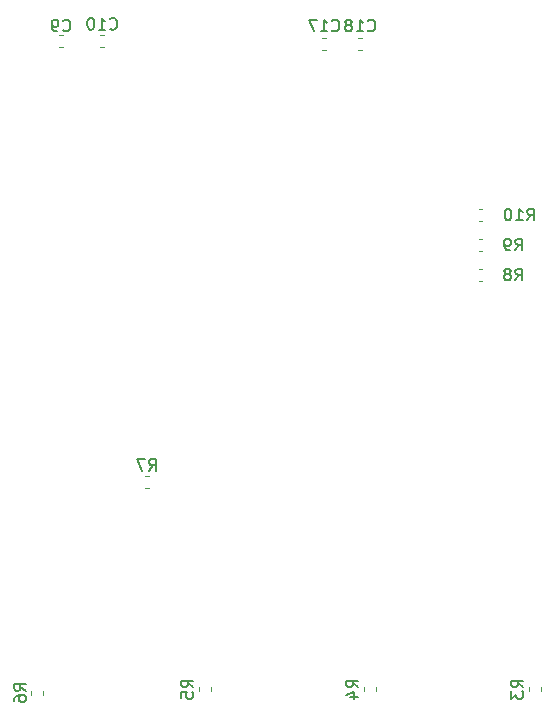
<source format=gbr>
G04 #@! TF.GenerationSoftware,KiCad,Pcbnew,5.0.2+dfsg1-1*
G04 #@! TF.CreationDate,2019-04-16T19:48:13-04:00*
G04 #@! TF.ProjectId,ThorntonAudio,54686f72-6e74-46f6-9e41-7564696f2e6b,rev?*
G04 #@! TF.SameCoordinates,Original*
G04 #@! TF.FileFunction,Legend,Bot*
G04 #@! TF.FilePolarity,Positive*
%FSLAX46Y46*%
G04 Gerber Fmt 4.6, Leading zero omitted, Abs format (unit mm)*
G04 Created by KiCad (PCBNEW 5.0.2+dfsg1-1) date Tue 16 Apr 2019 07:48:13 PM EDT*
%MOMM*%
%LPD*%
G01*
G04 APERTURE LIST*
%ADD10C,0.120000*%
%ADD11C,0.150000*%
G04 APERTURE END LIST*
D10*
G04 #@! TO.C,C18*
X176680779Y-62486000D02*
X176355221Y-62486000D01*
X176680779Y-61466000D02*
X176355221Y-61466000D01*
G04 #@! TO.C,C17*
X173307221Y-62486000D02*
X173632779Y-62486000D01*
X173307221Y-61466000D02*
X173632779Y-61466000D01*
G04 #@! TO.C,R3*
X191809000Y-116448721D02*
X191809000Y-116774279D01*
X190789000Y-116448721D02*
X190789000Y-116774279D01*
G04 #@! TO.C,R10*
X186538721Y-76964000D02*
X186864279Y-76964000D01*
X186538721Y-75944000D02*
X186864279Y-75944000D01*
G04 #@! TO.C,R9*
X186538721Y-78484000D02*
X186864279Y-78484000D01*
X186538721Y-79504000D02*
X186864279Y-79504000D01*
G04 #@! TO.C,R8*
X186538721Y-82044000D02*
X186864279Y-82044000D01*
X186538721Y-81024000D02*
X186864279Y-81024000D01*
G04 #@! TO.C,R7*
X158644779Y-99595500D02*
X158319221Y-99595500D01*
X158644779Y-98575500D02*
X158319221Y-98575500D01*
G04 #@! TO.C,R6*
X148685000Y-116736721D02*
X148685000Y-117062279D01*
X149705000Y-116736721D02*
X149705000Y-117062279D01*
G04 #@! TO.C,R5*
X163869000Y-116448721D02*
X163869000Y-116774279D01*
X162849000Y-116448721D02*
X162849000Y-116774279D01*
G04 #@! TO.C,R4*
X176819000Y-116448721D02*
X176819000Y-116774279D01*
X177839000Y-116448721D02*
X177839000Y-116774279D01*
G04 #@! TO.C,C9*
X151024721Y-62258000D02*
X151350279Y-62258000D01*
X151024721Y-61238000D02*
X151350279Y-61238000D01*
G04 #@! TO.C,C10*
X154855279Y-62258000D02*
X154529721Y-62258000D01*
X154855279Y-61238000D02*
X154529721Y-61238000D01*
G04 #@! TO.C,C18*
D11*
X177160857Y-60809142D02*
X177208476Y-60856761D01*
X177351333Y-60904380D01*
X177446571Y-60904380D01*
X177589428Y-60856761D01*
X177684666Y-60761523D01*
X177732285Y-60666285D01*
X177779904Y-60475809D01*
X177779904Y-60332952D01*
X177732285Y-60142476D01*
X177684666Y-60047238D01*
X177589428Y-59952000D01*
X177446571Y-59904380D01*
X177351333Y-59904380D01*
X177208476Y-59952000D01*
X177160857Y-59999619D01*
X176208476Y-60904380D02*
X176779904Y-60904380D01*
X176494190Y-60904380D02*
X176494190Y-59904380D01*
X176589428Y-60047238D01*
X176684666Y-60142476D01*
X176779904Y-60190095D01*
X175637047Y-60332952D02*
X175732285Y-60285333D01*
X175779904Y-60237714D01*
X175827523Y-60142476D01*
X175827523Y-60094857D01*
X175779904Y-59999619D01*
X175732285Y-59952000D01*
X175637047Y-59904380D01*
X175446571Y-59904380D01*
X175351333Y-59952000D01*
X175303714Y-59999619D01*
X175256095Y-60094857D01*
X175256095Y-60142476D01*
X175303714Y-60237714D01*
X175351333Y-60285333D01*
X175446571Y-60332952D01*
X175637047Y-60332952D01*
X175732285Y-60380571D01*
X175779904Y-60428190D01*
X175827523Y-60523428D01*
X175827523Y-60713904D01*
X175779904Y-60809142D01*
X175732285Y-60856761D01*
X175637047Y-60904380D01*
X175446571Y-60904380D01*
X175351333Y-60856761D01*
X175303714Y-60809142D01*
X175256095Y-60713904D01*
X175256095Y-60523428D01*
X175303714Y-60428190D01*
X175351333Y-60380571D01*
X175446571Y-60332952D01*
G04 #@! TO.C,C17*
X174112857Y-60809142D02*
X174160476Y-60856761D01*
X174303333Y-60904380D01*
X174398571Y-60904380D01*
X174541428Y-60856761D01*
X174636666Y-60761523D01*
X174684285Y-60666285D01*
X174731904Y-60475809D01*
X174731904Y-60332952D01*
X174684285Y-60142476D01*
X174636666Y-60047238D01*
X174541428Y-59952000D01*
X174398571Y-59904380D01*
X174303333Y-59904380D01*
X174160476Y-59952000D01*
X174112857Y-59999619D01*
X173160476Y-60904380D02*
X173731904Y-60904380D01*
X173446190Y-60904380D02*
X173446190Y-59904380D01*
X173541428Y-60047238D01*
X173636666Y-60142476D01*
X173731904Y-60190095D01*
X172827142Y-59904380D02*
X172160476Y-59904380D01*
X172589047Y-60904380D01*
G04 #@! TO.C,R3*
X190321380Y-116444833D02*
X189845190Y-116111500D01*
X190321380Y-115873404D02*
X189321380Y-115873404D01*
X189321380Y-116254357D01*
X189369000Y-116349595D01*
X189416619Y-116397214D01*
X189511857Y-116444833D01*
X189654714Y-116444833D01*
X189749952Y-116397214D01*
X189797571Y-116349595D01*
X189845190Y-116254357D01*
X189845190Y-115873404D01*
X189321380Y-116778166D02*
X189321380Y-117397214D01*
X189702333Y-117063880D01*
X189702333Y-117206738D01*
X189749952Y-117301976D01*
X189797571Y-117349595D01*
X189892809Y-117397214D01*
X190130904Y-117397214D01*
X190226142Y-117349595D01*
X190273761Y-117301976D01*
X190321380Y-117206738D01*
X190321380Y-116921023D01*
X190273761Y-116825785D01*
X190226142Y-116778166D01*
G04 #@! TO.C,R10*
X190646357Y-76906380D02*
X190979690Y-76430190D01*
X191217785Y-76906380D02*
X191217785Y-75906380D01*
X190836833Y-75906380D01*
X190741595Y-75954000D01*
X190693976Y-76001619D01*
X190646357Y-76096857D01*
X190646357Y-76239714D01*
X190693976Y-76334952D01*
X190741595Y-76382571D01*
X190836833Y-76430190D01*
X191217785Y-76430190D01*
X189693976Y-76906380D02*
X190265404Y-76906380D01*
X189979690Y-76906380D02*
X189979690Y-75906380D01*
X190074928Y-76049238D01*
X190170166Y-76144476D01*
X190265404Y-76192095D01*
X189074928Y-75906380D02*
X188979690Y-75906380D01*
X188884452Y-75954000D01*
X188836833Y-76001619D01*
X188789214Y-76096857D01*
X188741595Y-76287333D01*
X188741595Y-76525428D01*
X188789214Y-76715904D01*
X188836833Y-76811142D01*
X188884452Y-76858761D01*
X188979690Y-76906380D01*
X189074928Y-76906380D01*
X189170166Y-76858761D01*
X189217785Y-76811142D01*
X189265404Y-76715904D01*
X189313023Y-76525428D01*
X189313023Y-76287333D01*
X189265404Y-76096857D01*
X189217785Y-76001619D01*
X189170166Y-75954000D01*
X189074928Y-75906380D01*
G04 #@! TO.C,R9*
X189662166Y-79446380D02*
X189995500Y-78970190D01*
X190233595Y-79446380D02*
X190233595Y-78446380D01*
X189852642Y-78446380D01*
X189757404Y-78494000D01*
X189709785Y-78541619D01*
X189662166Y-78636857D01*
X189662166Y-78779714D01*
X189709785Y-78874952D01*
X189757404Y-78922571D01*
X189852642Y-78970190D01*
X190233595Y-78970190D01*
X189185976Y-79446380D02*
X188995500Y-79446380D01*
X188900261Y-79398761D01*
X188852642Y-79351142D01*
X188757404Y-79208285D01*
X188709785Y-79017809D01*
X188709785Y-78636857D01*
X188757404Y-78541619D01*
X188805023Y-78494000D01*
X188900261Y-78446380D01*
X189090738Y-78446380D01*
X189185976Y-78494000D01*
X189233595Y-78541619D01*
X189281214Y-78636857D01*
X189281214Y-78874952D01*
X189233595Y-78970190D01*
X189185976Y-79017809D01*
X189090738Y-79065428D01*
X188900261Y-79065428D01*
X188805023Y-79017809D01*
X188757404Y-78970190D01*
X188709785Y-78874952D01*
G04 #@! TO.C,R8*
X189662166Y-81986380D02*
X189995500Y-81510190D01*
X190233595Y-81986380D02*
X190233595Y-80986380D01*
X189852642Y-80986380D01*
X189757404Y-81034000D01*
X189709785Y-81081619D01*
X189662166Y-81176857D01*
X189662166Y-81319714D01*
X189709785Y-81414952D01*
X189757404Y-81462571D01*
X189852642Y-81510190D01*
X190233595Y-81510190D01*
X189090738Y-81414952D02*
X189185976Y-81367333D01*
X189233595Y-81319714D01*
X189281214Y-81224476D01*
X189281214Y-81176857D01*
X189233595Y-81081619D01*
X189185976Y-81034000D01*
X189090738Y-80986380D01*
X188900261Y-80986380D01*
X188805023Y-81034000D01*
X188757404Y-81081619D01*
X188709785Y-81176857D01*
X188709785Y-81224476D01*
X188757404Y-81319714D01*
X188805023Y-81367333D01*
X188900261Y-81414952D01*
X189090738Y-81414952D01*
X189185976Y-81462571D01*
X189233595Y-81510190D01*
X189281214Y-81605428D01*
X189281214Y-81795904D01*
X189233595Y-81891142D01*
X189185976Y-81938761D01*
X189090738Y-81986380D01*
X188900261Y-81986380D01*
X188805023Y-81938761D01*
X188757404Y-81891142D01*
X188709785Y-81795904D01*
X188709785Y-81605428D01*
X188757404Y-81510190D01*
X188805023Y-81462571D01*
X188900261Y-81414952D01*
G04 #@! TO.C,R7*
X158648666Y-98107880D02*
X158982000Y-97631690D01*
X159220095Y-98107880D02*
X159220095Y-97107880D01*
X158839142Y-97107880D01*
X158743904Y-97155500D01*
X158696285Y-97203119D01*
X158648666Y-97298357D01*
X158648666Y-97441214D01*
X158696285Y-97536452D01*
X158743904Y-97584071D01*
X158839142Y-97631690D01*
X159220095Y-97631690D01*
X158315333Y-97107880D02*
X157648666Y-97107880D01*
X158077238Y-98107880D01*
G04 #@! TO.C,R6*
X148217380Y-116732833D02*
X147741190Y-116399500D01*
X148217380Y-116161404D02*
X147217380Y-116161404D01*
X147217380Y-116542357D01*
X147265000Y-116637595D01*
X147312619Y-116685214D01*
X147407857Y-116732833D01*
X147550714Y-116732833D01*
X147645952Y-116685214D01*
X147693571Y-116637595D01*
X147741190Y-116542357D01*
X147741190Y-116161404D01*
X147217380Y-117589976D02*
X147217380Y-117399500D01*
X147265000Y-117304261D01*
X147312619Y-117256642D01*
X147455476Y-117161404D01*
X147645952Y-117113785D01*
X148026904Y-117113785D01*
X148122142Y-117161404D01*
X148169761Y-117209023D01*
X148217380Y-117304261D01*
X148217380Y-117494738D01*
X148169761Y-117589976D01*
X148122142Y-117637595D01*
X148026904Y-117685214D01*
X147788809Y-117685214D01*
X147693571Y-117637595D01*
X147645952Y-117589976D01*
X147598333Y-117494738D01*
X147598333Y-117304261D01*
X147645952Y-117209023D01*
X147693571Y-117161404D01*
X147788809Y-117113785D01*
G04 #@! TO.C,R5*
X162381380Y-116444833D02*
X161905190Y-116111500D01*
X162381380Y-115873404D02*
X161381380Y-115873404D01*
X161381380Y-116254357D01*
X161429000Y-116349595D01*
X161476619Y-116397214D01*
X161571857Y-116444833D01*
X161714714Y-116444833D01*
X161809952Y-116397214D01*
X161857571Y-116349595D01*
X161905190Y-116254357D01*
X161905190Y-115873404D01*
X161381380Y-117349595D02*
X161381380Y-116873404D01*
X161857571Y-116825785D01*
X161809952Y-116873404D01*
X161762333Y-116968642D01*
X161762333Y-117206738D01*
X161809952Y-117301976D01*
X161857571Y-117349595D01*
X161952809Y-117397214D01*
X162190904Y-117397214D01*
X162286142Y-117349595D01*
X162333761Y-117301976D01*
X162381380Y-117206738D01*
X162381380Y-116968642D01*
X162333761Y-116873404D01*
X162286142Y-116825785D01*
G04 #@! TO.C,R4*
X176351380Y-116444833D02*
X175875190Y-116111500D01*
X176351380Y-115873404D02*
X175351380Y-115873404D01*
X175351380Y-116254357D01*
X175399000Y-116349595D01*
X175446619Y-116397214D01*
X175541857Y-116444833D01*
X175684714Y-116444833D01*
X175779952Y-116397214D01*
X175827571Y-116349595D01*
X175875190Y-116254357D01*
X175875190Y-115873404D01*
X175684714Y-117301976D02*
X176351380Y-117301976D01*
X175303761Y-117063880D02*
X176018047Y-116825785D01*
X176018047Y-117444833D01*
G04 #@! TO.C,C9*
X151354166Y-60809142D02*
X151401785Y-60856761D01*
X151544642Y-60904380D01*
X151639880Y-60904380D01*
X151782738Y-60856761D01*
X151877976Y-60761523D01*
X151925595Y-60666285D01*
X151973214Y-60475809D01*
X151973214Y-60332952D01*
X151925595Y-60142476D01*
X151877976Y-60047238D01*
X151782738Y-59952000D01*
X151639880Y-59904380D01*
X151544642Y-59904380D01*
X151401785Y-59952000D01*
X151354166Y-59999619D01*
X150877976Y-60904380D02*
X150687500Y-60904380D01*
X150592261Y-60856761D01*
X150544642Y-60809142D01*
X150449404Y-60666285D01*
X150401785Y-60475809D01*
X150401785Y-60094857D01*
X150449404Y-59999619D01*
X150497023Y-59952000D01*
X150592261Y-59904380D01*
X150782738Y-59904380D01*
X150877976Y-59952000D01*
X150925595Y-59999619D01*
X150973214Y-60094857D01*
X150973214Y-60332952D01*
X150925595Y-60428190D01*
X150877976Y-60475809D01*
X150782738Y-60523428D01*
X150592261Y-60523428D01*
X150497023Y-60475809D01*
X150449404Y-60428190D01*
X150401785Y-60332952D01*
G04 #@! TO.C,C10*
X155335357Y-60675142D02*
X155382976Y-60722761D01*
X155525833Y-60770380D01*
X155621071Y-60770380D01*
X155763928Y-60722761D01*
X155859166Y-60627523D01*
X155906785Y-60532285D01*
X155954404Y-60341809D01*
X155954404Y-60198952D01*
X155906785Y-60008476D01*
X155859166Y-59913238D01*
X155763928Y-59818000D01*
X155621071Y-59770380D01*
X155525833Y-59770380D01*
X155382976Y-59818000D01*
X155335357Y-59865619D01*
X154382976Y-60770380D02*
X154954404Y-60770380D01*
X154668690Y-60770380D02*
X154668690Y-59770380D01*
X154763928Y-59913238D01*
X154859166Y-60008476D01*
X154954404Y-60056095D01*
X153763928Y-59770380D02*
X153668690Y-59770380D01*
X153573452Y-59818000D01*
X153525833Y-59865619D01*
X153478214Y-59960857D01*
X153430595Y-60151333D01*
X153430595Y-60389428D01*
X153478214Y-60579904D01*
X153525833Y-60675142D01*
X153573452Y-60722761D01*
X153668690Y-60770380D01*
X153763928Y-60770380D01*
X153859166Y-60722761D01*
X153906785Y-60675142D01*
X153954404Y-60579904D01*
X154002023Y-60389428D01*
X154002023Y-60151333D01*
X153954404Y-59960857D01*
X153906785Y-59865619D01*
X153859166Y-59818000D01*
X153763928Y-59770380D01*
G04 #@! TD*
M02*

</source>
